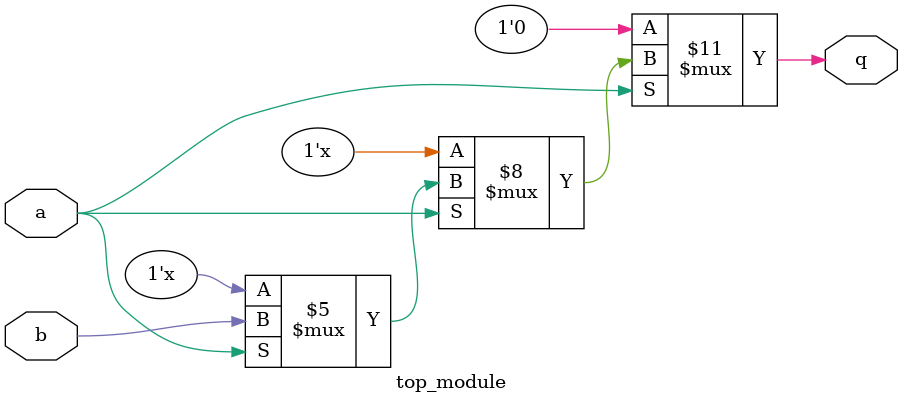
<source format=v>
module top_module (
    input a,
    input b,
    output reg q );//

    always@(*)
        begin
            if(a==1'b0)
                q=0;
            else if(a==1'b1)
                q=b;
        end

endmodule

</source>
